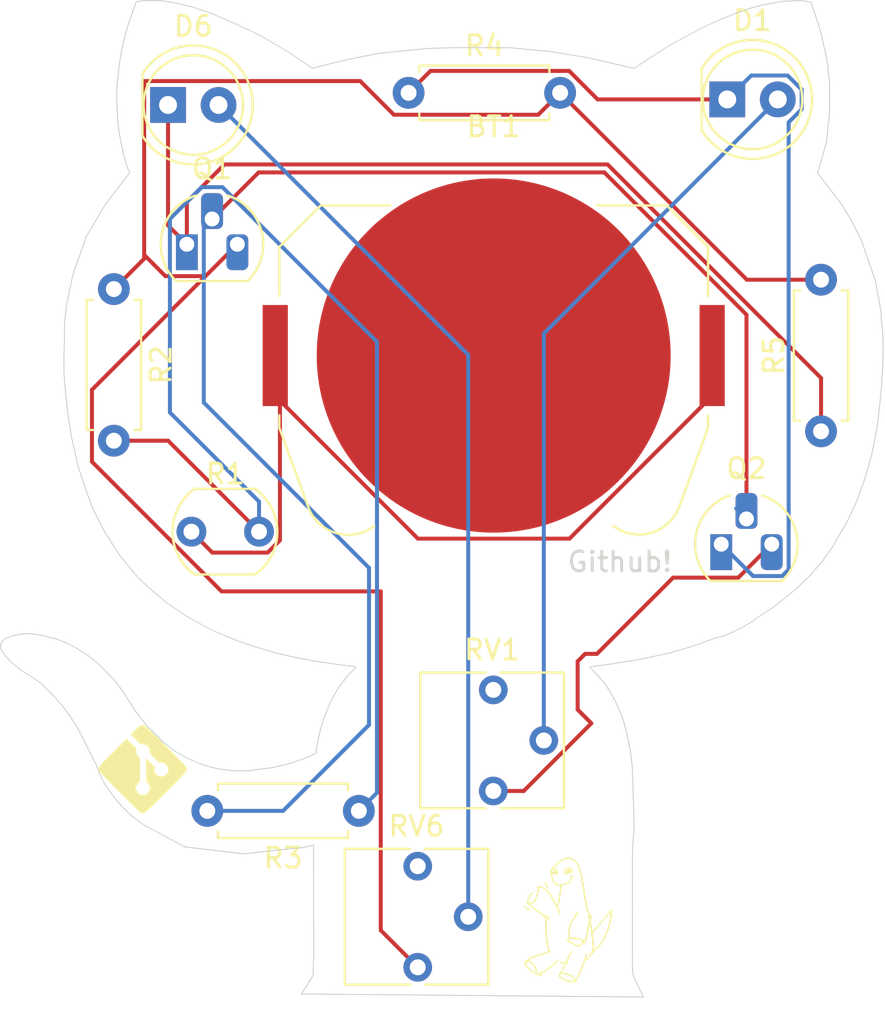
<source format=kicad_pcb>
(kicad_pcb (version 20241229) (generator "pcbnew") (generator_version "9.0")
  (layers (0 "F.Cu" signal) (2 "B.Cu" signal) (13 "F.Paste" user) (15 "B.Paste" user) (5 "F.SilkS" user "F.Silkscreen") (7 "B.SilkS" user "B.Silkscreen") (1 "F.Mask" user) (3 "B.Mask" user) (25 "Edge.Cuts" user))
  (net 0 "")
  (net 1 "Net-(BT1-+)")
  (net 3 "Net-(D1-A)")
  (net 4 "Net-(D1-K)")
  (net 5 "Net-(D6-A)")
  (net 6 "Net-(D6-K)")
  (net 7 "GND")
  (net 8 "Net-(Q1-B)")
  (net 9 "Net-(Q2-E)")
  (net 10 "Net-(R1-Pad2)")
  (footprint "Potentiometer_THT:Potentiometer_Vishay_T73YP_Vertical" (layer "F.Cu") (at 248.62 97.22)
    (property "Reference" "RV6" (at -0.06 -7.09 0) (layer "F.SilkS"))
    (property "Value" "R_Potentiometer")
    (pad "1" thru_hole circle (at 0 0) (size 1.44 1.44) (drill 0.8) (layers "*.Cu" "*.Mask") (net 7 "GND"))
    (pad "2" thru_hole circle (at 2.54 -2.54) (size 1.44 1.44) (drill 0.8) (layers "*.Cu" "*.Mask") (net 5 "Net-(D6-A)"))
    (pad "3" thru_hole circle (at 0 -5.08) (size 1.44 1.44) (drill 0.8) (layers "*.Cu" "*.Mask"))
  )
  (footprint "LOGO" (layer "F.Cu") (at 256.19 94.83)
    (property "Reference" "G***" (hide yes))
    (property "Value" "LOGO" (hide yes))
  )
  (footprint "Resistor_THT:R_Axial_DIN0207_L6.3mm_D2.5mm_P7.62mm_Horizontal" (layer "F.Cu") (at 245.66 89.36 180)
    (property "Reference" "R3" (at 3.81 -2.37 0) (layer "F.SilkS"))
    (property "Value" "R")
    (pad "1" thru_hole circle (at 0 0 180) (size 1.6 1.6) (drill 0.8) (layers "*.Cu" "*.Mask") (net 10 "Net-(R1-Pad2)"))
    (pad "2" thru_hole circle (at 7.62 0 180) (size 1.6 1.6) (drill 0.8) (layers "*.Cu" "*.Mask") (net 8 "Net-(Q1-B)"))
  )
  (footprint "Resistor_THT:R_Axial_DIN0207_L6.3mm_D2.5mm_P7.62mm_Horizontal" (layer "F.Cu") (at 233.34 63.14 -90)
    (property "Reference" "R2" (at 3.81 -2.37 90) (layer "F.SilkS"))
    (property "Value" "R")
    (pad "1" thru_hole circle (at 0 0 270) (size 1.6 1.6) (drill 0.8) (layers "*.Cu" "*.Mask") (net 7 "GND"))
    (pad "2" thru_hole circle (at 7.62 0 270) (size 1.6 1.6) (drill 0.8) (layers "*.Cu" "*.Mask") (net 10 "Net-(R1-Pad2)"))
  )
  (footprint "LED_THT:LED_D5.0mm" (layer "F.Cu") (at 236.065 53.89)
    (property "Reference" "D6" (at 1.27 -3.96 0) (layer "F.SilkS"))
    (property "Value" "LED")
    (pad "1" thru_hole rect (at 0 0) (size 1.8 1.8) (drill 0.9) (layers "*.Cu" "*.Mask") (net 6 "Net-(D6-K)"))
    (pad "2" thru_hole circle (at 2.54 0) (size 1.8 1.8) (drill 0.9) (layers "*.Cu" "*.Mask") (net 5 "Net-(D6-A)"))
  )
  (footprint "Battery:BatteryHolder_Keystone_3034_1x20mm" (layer "F.Cu") (at 252.44 66.48)
    (property "Reference" "BT1" (at 0 -11.5 0) (layer "F.SilkS"))
    (property "Value" "Battery_Cell")
    (pad "1" smd rect (at -10.985 0) (size 1.27 5.08) (layers "F.Cu" "F.Mask" "F.Paste") (net 1 "Net-(BT1-+)"))
    (pad "1" smd rect (at 10.985 0) (size 1.27 5.08) (layers "F.Cu" "F.Mask" "F.Paste") (net 1 "Net-(BT1-+)"))
    (pad "2" smd circle (at 0 0) (size 17.8 17.8) (layers "F.Cu" "F.Mask"))
  )
  (footprint "Potentiometer_THT:Potentiometer_Vishay_T73YP_Vertical" (layer "F.Cu") (at 252.42 88.36)
    (property "Reference" "RV1" (at -0.06 -7.09 0) (layer "F.SilkS"))
    (property "Value" "R_Potentiometer")
    (pad "1" thru_hole circle (at 0 0) (size 1.44 1.44) (drill 0.8) (layers "*.Cu" "*.Mask") (net 9 "Net-(Q2-E)"))
    (pad "2" thru_hole circle (at 2.54 -2.54) (size 1.44 1.44) (drill 0.8) (layers "*.Cu" "*.Mask") (net 3 "Net-(D1-A)"))
    (pad "3" thru_hole circle (at 0 -5.08) (size 1.44 1.44) (drill 0.8) (layers "*.Cu" "*.Mask"))
  )
  (footprint "OptoDevice:R_LDR_5.1x4.3mm_P3.4mm_Vertical" (layer "F.Cu") (at 237.24 75.33)
    (property "Reference" "R1" (at 1.7 -2.9 0) (layer "F.SilkS"))
    (property "Value" "R_Photo")
    (pad "1" thru_hole circle (at 0 0) (size 1.5 1.5) (drill 0.8) (layers "*.Cu" "*.Mask") (net 1 "Net-(BT1-+)"))
    (pad "2" thru_hole circle (at 3.4 0) (size 1.5 1.5) (drill 0.8) (layers "*.Cu" "*.Mask") (net 10 "Net-(R1-Pad2)"))
  )
  (footprint "Resistor_THT:R_Axial_DIN0207_L6.3mm_D2.5mm_P7.62mm_Horizontal" (layer "F.Cu") (at 248.16 53.28)
    (property "Reference" "R4" (at 3.81 -2.37 0) (layer "F.SilkS"))
    (property "Value" "R")
    (pad "1" thru_hole circle (at 0 0) (size 1.6 1.6) (drill 0.8) (layers "*.Cu" "*.Mask") (net 4 "Net-(D1-K)"))
    (pad "2" thru_hole circle (at 7.62 0) (size 1.6 1.6) (drill 0.8) (layers "*.Cu" "*.Mask") (net 7 "GND"))
  )
  (footprint "LOGO" (layer "F.Cu") (at 234.79 87.26)
    (property "Reference" "G***" (hide yes))
    (property "Value" "LOGO" (hide yes))
  )
  (footprint "Package_TO_SOT_THT:TO-92L_HandSolder" (layer "F.Cu") (at 263.88 75.96)
    (property "Reference" "Q2" (at 1.27 -3.8 0) (layer "F.SilkS"))
    (property "Value" "NPN" (hide yes))
    (pad "1" thru_hole rect (at 0 0) (size 1.1 1.8) (drill 0.75 (offset 0 0.4)) (layers "*.Cu" "*.Mask") (net 4 "Net-(D1-K)"))
    (pad "2" thru_hole roundrect (at 1.27 -1.27) (size 1.1 1.8) (drill 0.75 (offset 0 -0.4)) (layers "*.Cu" "*.Mask") (net 8 "Net-(Q1-B)"))
    (pad "3" thru_hole roundrect (at 2.54 0) (size 1.1 1.8) (drill 0.75 (offset 0 0.4)) (layers "*.Cu" "*.Mask") (net 9 "Net-(Q2-E)"))
  )
  (footprint "Package_TO_SOT_THT:TO-92L_HandSolder" (layer "F.Cu") (at 237.01 60.89)
    (property "Reference" "Q1" (at 1.27 -3.8 0) (layer "F.SilkS"))
    (property "Value" "NPN")
    (pad "1" thru_hole rect (at 0 0) (size 1.1 1.8) (drill 0.75 (offset 0 0.4)) (layers "*.Cu" "*.Mask") (net 6 "Net-(D6-K)"))
    (pad "2" thru_hole roundrect (at 1.27 -1.27) (size 1.1 1.8) (drill 0.75 (offset 0 -0.4)) (layers "*.Cu" "*.Mask") (net 8 "Net-(Q1-B)"))
    (pad "3" thru_hole roundrect (at 2.54 0) (size 1.1 1.8) (drill 0.75 (offset 0 0.4)) (layers "*.Cu" "*.Mask") (net 7 "GND"))
  )
  (footprint "Resistor_THT:R_Axial_DIN0207_L6.3mm_D2.5mm_P7.62mm_Horizontal" (layer "F.Cu") (at 268.9 70.29 90)
    (property "Reference" "R5" (at 3.81 -2.37 90) (layer "F.SilkS"))
    (property "Value" "R")
    (pad "1" thru_hole circle (at 0 0 90) (size 1.6 1.6) (drill 0.8) (layers "*.Cu" "*.Mask") (net 6 "Net-(D6-K)"))
    (pad "2" thru_hole circle (at 7.62 0 90) (size 1.6 1.6) (drill 0.8) (layers "*.Cu" "*.Mask") (net 7 "GND"))
  )
  (footprint "LED_THT:LED_D5.0mm" (layer "F.Cu") (at 264.185 53.61)
    (property "Reference" "D1" (at 1.27 -3.96 0) (layer "F.SilkS"))
    (property "Value" "LED")
    (pad "1" thru_hole rect (at 0 0) (size 1.8 1.8) (drill 0.9) (layers "*.Cu" "*.Mask") (net 4 "Net-(D1-K)"))
    (pad "2" thru_hole circle (at 2.54 0) (size 1.8 1.8) (drill 0.9) (layers "*.Cu" "*.Mask") (net 3 "Net-(D1-A)"))
  )
  (gr_line (start 241.09 91.38) (end 242.88 91.2) (stroke (width 0.05)) (layer "Edge.Cuts"))
  (gr_line (start 272 66.71) (end 272 66.86) (stroke (width 0.05)) (layer "Edge.Cuts"))
  (gr_line (start 243.63 51.96) (end 243.34 52.05) (stroke (width 0.05)) (layer "Edge.Cuts"))
  (gr_line (start 258.01 82.94) (end 258.27 83.34) (stroke (width 0.05)) (layer "Edge.Cuts"))
  (gr_line (start 272 66.86) (end 272 67.09) (stroke (width 0.05)) (layer "Edge.Cuts"))
  (gr_line (start 233.49 53.06) (end 233.49 53.85) (stroke (width 0.05)) (layer "Edge.Cuts"))
  (gr_line (start 268.91 50.29) (end 268.83 50.07) (stroke (width 0.05)) (layer "Edge.Cuts"))
  (gr_line (start 243.05 86.68) (end 242.29 86.95) (stroke (width 0.05)) (layer "Edge.Cuts"))
  (gr_line (start 233.2 58.5) (end 232.76 59.13) (stroke (width 0.05)) (layer "Edge.Cuts"))
  (gr_line (start 232.57 81.97) (end 232.02 81.54) (stroke (width 0.05)) (layer "Edge.Cuts"))
  (gr_line (start 230.96 84.36) (end 231.41 85.01) (stroke (width 0.05)) (layer "Edge.Cuts"))
  (gr_line (start 234.14 57.3) (end 233.2 58.5) (stroke (width 0.05)) (layer "Edge.Cuts"))
  (gr_line (start 234.89 48.64) (end 234.47 48.7) (stroke (width 0.05)) (layer "Edge.Cuts"))
  (gr_line (start 261.38 50.84) (end 260.88 51.15) (stroke (width 0.05)) (layer "Edge.Cuts"))
  (gr_line (start 236.36 48.75) (end 235.73 48.65) (stroke (width 0.05)) (layer "Edge.Cuts"))
  (gr_line (start 271.87 68.76) (end 271.78 69.57) (stroke (width 0.05)) (layer "Edge.Cuts"))
  (gr_line (start 243.71 85.34) (end 243.62 85.72) (stroke (width 0.05)) (layer "Edge.Cuts"))
  (gr_line (start 270.41 59.66) (end 270.92 60.67) (stroke (width 0.05)) (layer "Edge.Cuts"))
  (gr_line (start 229.3 82.68) (end 229.71 82.98) (stroke (width 0.05)) (layer "Edge.Cuts"))
  (gr_line (start 258.9 84.63) (end 258.95 84.79) (stroke (width 0.05)) (layer "Edge.Cuts"))
  (gr_line (start 236.02 78.92) (end 237.04 79.61) (stroke (width 0.05)) (layer "Edge.Cuts"))
  (gr_line (start 271.92 64.53) (end 271.97 65.01) (stroke (width 0.05)) (layer "Edge.Cuts"))
  (gr_line (start 269.33 54.24) (end 269.33 53.81) (stroke (width 0.05)) (layer "Edge.Cuts"))
  (gr_line (start 258.72 84.22) (end 258.84 84.49) (stroke (width 0.05)) (layer "Edge.Cuts"))
  (gr_line (start 245.17 51.59) (end 243.63 51.96) (stroke (width 0.05)) (layer "Edge.Cuts"))
  (gr_line (start 231.54 72.03) (end 231.92 73.2) (stroke (width 0.05)) (layer "Edge.Cuts"))
  (gr_line (start 232.76 59.13) (end 232.38 59.79) (stroke (width 0.05)) (layer "Edge.Cuts"))
  (gr_line (start 255.35 51.21) (end 253.22 51.01) (stroke (width 0.05)) (layer "Edge.Cuts"))
  (gr_line (start 234.54 77.62) (end 235.08 78.13) (stroke (width 0.05)) (layer "Edge.Cuts"))
  (gr_line (start 228.71 82.32) (end 229.3 82.68) (stroke (width 0.05)) (layer "Edge.Cuts"))
  (gr_line (start 229.71 82.98) (end 230.25 83.52) (stroke (width 0.05)) (layer "Edge.Cuts"))
  (gr_line (start 262.4 81.1) (end 261.35 81.41) (stroke (width 0.05)) (layer "Edge.Cuts"))
  (gr_line (start 249.15 51.05) (end 246.68 51.29) (stroke (width 0.05)) (layer "Edge.Cuts"))
  (gr_line (start 242.04 51.18) (end 240.67 50.38) (stroke (width 0.05)) (layer "Edge.Cuts"))
  (gr_line (start 243.51 86.28) (end 243.51 86.47) (stroke (width 0.05)) (layer "Edge.Cuts"))
  (gr_line (start 233.6 51.97) (end 233.49 53.06) (stroke (width 0.05)) (layer "Edge.Cuts"))
  (gr_line (start 269.33 52.82) (end 269.29 52.38) (stroke (width 0.05)) (layer "Edge.Cuts"))
  (gr_line (start 271.96 67.65) (end 271.94 68.07) (stroke (width 0.05)) (layer "Edge.Cuts"))
  (gr_line (start 227.89 81.59) (end 228.27 81.97) (stroke (width 0.05)) (layer "Edge.Cuts"))
  (gr_line (start 259.5 90.13) (end 259.42 91.35) (stroke (width 0.05)) (layer "Edge.Cuts"))
  (gr_line (start 238.24 87.17) (end 237.68 86.99) (stroke (width 0.05)) (layer "Edge.Cuts"))
  (gr_line (start 258.99 84.93) (end 259.14 85.5) (stroke (width 0.05)) (layer "Edge.Cuts"))
  (gr_line (start 268.72 57.33) (end 268.95 56.55) (stroke (width 0.05)) (layer "Edge.Cuts"))
  (gr_line (start 237.7 79.97) (end 238.39 80.33) (stroke (width 0.05)) (layer "Edge.Cuts"))
  (gr_line (start 257.27 82.13) (end 257.41 82.28) (stroke (width 0.05)) (layer "Edge.Cuts"))
  (gr_line (start 229.11 80.45) (end 228.65 80.48) (stroke (width 0.05)) (layer "Edge.Cuts"))
  (gr_line (start 263.5 80.7) (end 264.11 80.53) (stroke (width 0.05)) (layer "Edge.Cuts"))
  (gr_line (start 271.56 70.94) (end 271.43 71.52) (stroke (width 0.05)) (layer "Edge.Cuts"))
  (gr_line (start 231.41 85.01) (end 231.54 85.23) (stroke (width 0.05)) (layer "Edge.Cuts"))
  (gr_line (start 268.78 57.38) (end 269.87 58.79) (stroke (width 0.05)) (layer "Edge.Cuts"))
  (gr_line (start 232.29 74.2) (end 232.86 75.31) (stroke (width 0.05)) (layer "Edge.Cuts"))
  (gr_line (start 233.81 56.33) (end 233.96 56.85) (stroke (width 0.05)) (layer "Edge.Cuts"))
  (gr_line (start 231.92 73.2) (end 232.29 74.2) (stroke (width 0.05)) (layer "Edge.Cuts"))
  (gr_line (start 230.25 83.52) (end 230.77 84.1) (stroke (width 0.05)) (layer "Edge.Cuts"))
  (gr_line (start 243.51 86.47) (end 243.05 86.68) (stroke (width 0.05)) (layer "Edge.Cuts"))
  (gr_line (start 271.78 69.57) (end 271.68 70.32) (stroke (width 0.05)) (layer "Edge.Cuts"))
  (gr_line (start 235.08 78.13) (end 236.02 78.92) (stroke (width 0.05)) (layer "Edge.Cuts"))
  (gr_line (start 233.59 55.18) (end 233.81 56.33) (stroke (width 0.05)) (layer "Edge.Cuts"))
  (gr_line (start 227.64 81.18) (end 227.7 81.3) (stroke (width 0.05)) (layer "Edge.Cuts"))
  (gr_line (start 269.2 51.69) (end 269.11 51.23) (stroke (width 0.05)) (layer "Edge.Cuts"))
  (gr_line (start 242.29 86.95) (end 241.36 87.18) (stroke (width 0.05)) (layer "Edge.Cuts"))
  (gr_line (start 259.14 85.5) (end 259.24 85.97) (stroke (width 0.05)) (layer "Edge.Cuts"))
  (gr_line (start 266.26 79.29) (end 266.55 79.09) (stroke (width 0.05)) (layer "Edge.Cuts"))
  (gr_line (start 243.56 81.85) (end 244.58 82) (stroke (width 0.05)) (layer "Edge.Cuts"))
  (gr_line (start 231.3 62.36) (end 231.14 63.07) (stroke (width 0.05)) (layer "Edge.Cuts"))
  (gr_line (start 260.28 51.53) (end 259.72 51.9) (stroke (width 0.05)) (layer "Edge.Cuts"))
  (gr_line (start 269.87 58.79) (end 270.41 59.66) (stroke (width 0.05)) (layer "Edge.Cuts"))
  (gr_line (start 265.34 49.03) (end 264.67 49.26) (stroke (width 0.05)) (layer "Edge.Cuts"))
  (gr_line (start 232.02 81.54) (end 231.39 81.14) (stroke (width 0.05)) (layer "Edge.Cuts"))
  (gr_line (start 234.1 83.84) (end 233.81 83.38) (stroke (width 0.05)) (layer "Edge.Cuts"))
  (gr_line (start 233.97 76.93) (end 234.54 77.62) (stroke (width 0.05)) (layer "Edge.Cuts"))
  (gr_line (start 253.22 51.01) (end 250.37 51.01) (stroke (width 0.05)) (layer "Edge.Cuts"))
  (gr_line (start 269.24 54.96) (end 269.29 54.73) (stroke (width 0.05)) (layer "Edge.Cuts"))
  (gr_line (start 237.68 86.99) (end 237.04 86.72) (stroke (width 0.05)) (layer "Edge.Cuts"))
  (gr_line (start 238.22 49.28) (end 237.3 48.97) (stroke (width 0.05)) (layer "Edge.Cuts"))
  (gr_line (start 246.68 51.29) (end 245.17 51.59) (stroke (width 0.05)) (layer "Edge.Cuts"))
  (gr_line (start 232.88 88.02) (end 233.31 88.62) (stroke (width 0.05)) (layer "Edge.Cuts"))
  (gr_line (start 270.73 73.72) (end 270.21 74.83) (stroke (width 0.05)) (layer "Edge.Cuts"))
  (gr_line (start 268.43 48.85) (end 268.39 48.72) (stroke (width 0.05)) (layer "Edge.Cuts"))
  (gr_line (start 234.89 90.09) (end 236.91 91.17) (stroke (width 0.05)) (layer "Edge.Cuts"))
  (gr_line (start 264.11 80.53) (end 264.56 80.33) (stroke (width 0.05)) (layer "Edge.Cuts"))
  (gr_line (start 259.31 86.31) (end 259.36 86.73) (stroke (width 0.05)) (layer "Edge.Cuts"))
  (gr_line (start 232.86 75.31) (end 233.57 76.43) (stroke (width 0.05)) (layer "Edge.Cuts"))
  (gr_line (start 257.3 51.54) (end 255.35 51.21) (stroke (width 0.05)) (layer "Edge.Cuts"))
  (gr_line (start 243.34 52.05) (end 242.04 51.18) (stroke (width 0.05)) (layer "Edge.Cuts"))
  (gr_line (start 269.26 52.11) (end 269.26 51.98) (stroke (width 0.05)) (layer "Edge.Cuts"))
  (gr_line (start 271.62 62.68) (end 271.92 64.29) (stroke (width 0.05)) (layer "Edge.Cuts"))
  (gr_line (start 271.94 68.07) (end 271.87 68.76) (stroke (width 0.05)) (layer "Edge.Cuts"))
  (gr_line (start 227.65 81.01) (end 227.64 81.18) (stroke (width 0.05)) (layer "Edge.Cuts"))
  (gr_line (start 232.45 87.02) (end 232.61 87.47) (stroke (width 0.05)) (layer "Edge.Cuts"))
  (gr_line (start 259.970351 98.713583) (end 242.76 98.56) (stroke (width 0.05)) (layer "Edge.Cuts"))
  (gr_line (start 230.86 65.56) (end 230.83 66.51) (stroke (width 0.05)) (layer "Edge.Cuts"))
  (gr_line (start 230.83 67.33) (end 230.9 68.23) (stroke (width 0.05)) (layer "Edge.Cuts"))
  (gr_line (start 230.86 64.82) (end 230.86 65.04) (stroke (width 0.05)) (layer "Edge.Cuts"))
  (gr_line (start 268.29 77.59) (end 267.57 78.27) (stroke (width 0.05)) (layer "Edge.Cuts"))
  (gr_line (start 272 67.09) (end 271.98 67.34) (stroke (width 0.05)) (layer "Edge.Cuts"))
  (gr_line (start 271.43 71.52) (end 271.08 72.73) (stroke (width 0.05)) (layer "Edge.Cuts"))
  (gr_line (start 258.27 83.34) (end 258.5 83.74) (stroke (width 0.05)) (layer "Edge.Cuts"))
  (gr_line (start 257.41 82.28) (end 258.01 82.94) (stroke (width 0.05)) (layer "Edge.Cuts"))
  (gr_line (start 268.95 50.48) (end 268.91 50.29) (stroke (width 0.05)) (layer "Edge.Cuts"))
  (gr_line (start 234.15 89.54) (end 234.57 89.87) (stroke (width 0.05)) (layer "Edge.Cuts"))
  (gr_line (start 233.51 54.22) (end 233.53 54.63) (stroke (width 0.05)) (layer "Edge.Cuts"))
  (gr_line (start 271.68 70.32) (end 271.56 70.94) (stroke (width 0.05)) (layer "Edge.Cuts"))
  (gr_line (start 260.88 51.15) (end 260.28 51.53) (stroke (width 0.05)) (layer "Edge.Cuts"))
  (gr_line (start 230.86 65.04) (end 230.86 65.56) (stroke (width 0.05)) (layer "Edge.Cuts"))
  (gr_line (start 244.21 83.94) (end 243.88 84.76) (stroke (width 0.05)) (layer "Edge.Cuts"))
  (gr_line (start 268.7 49.64) (end 268.59 49.31) (stroke (width 0.05)) (layer "Edge.Cuts"))
  (gr_line (start 244.59 83.23) (end 244.21 83.94) (stroke (width 0.05)) (layer "Edge.Cuts"))
  (gr_line (start 239.89 91.52) (end 241.09 91.38) (stroke (width 0.05)) (layer "Edge.Cuts"))
  (gr_line (start 259.43 87.69) (end 259.5 90.13) (stroke (width 0.05)) (layer "Edge.Cuts"))
  (gr_line (start 235.82 85.9) (end 235.01 85.1) (stroke (width 0.05)) (layer "Edge.Cuts"))
  (gr_line (start 250.37 51.01) (end 249.15 51.05) (stroke (width 0.05)) (layer "Edge.Cuts"))
  (gr_line (start 268.76 49.81) (end 268.7 49.64) (stroke (width 0.05)) (layer "Edge.Cuts"))
  (gr_line (start 240.11 87.34) (end 239.37 87.34) (stroke (width 0.05)) (layer "Edge.Cuts"))
  (gr_line (start 269.29 52.38) (end 269.26 52.24) (stroke (width 0.05)) (layer "Edge.Cuts"))
  (gr_line (start 259.36 86.73) (end 259.4 87.08) (stroke (width 0.05)) (layer "Edge.Cuts"))
  (gr_line (start 265.4 79.87) (end 265.73 79.62) (stroke (width 0.05)) (layer "Edge.Cuts"))
  (gr_line (start 258.66 84.08) (end 258.72 84.22) (stroke (width 0.05)) (layer "Edge.Cuts"))
  (gr_line (start 233.57 76.43) (end 233.97 76.93) (stroke (width 0.05)) (layer "Edge.Cuts"))
  (gr_line (start 243.38 91.08) (end 243.39 96.61) (stroke (width 0.05)) (layer "Edge.Cuts"))
  (gr_line (start 238.39 80.33) (end 239.47 80.78) (stroke (width 0.05)) (layer "Edge.Cuts"))
  (gr_line (start 269.24 55.21) (end 269.24 54.96) (stroke (width 0.05)) (layer "Edge.Cuts"))
  (gr_line (start 233.53 54.63) (end 233.59 55.18) (stroke (width 0.05)) (layer "Edge.Cuts"))
  (gr_line (start 270.21 74.83) (end 269.43 76.17) (stroke (width 0.05)) (layer "Edge.Cuts"))
  (gr_line (start 269.33 53.81) (end 269.33 53.36) (stroke (width 0.05)) (layer "Edge.Cuts"))
  (gr_line (start 262.53 50.22) (end 261.38 50.84) (stroke (width 0.05)) (layer "Edge.Cuts"))
  (gr_line (start 259.42 94.24) (end 259.42 96.77) (stroke (width 0.05)) (layer "Edge.Cuts"))
  (gr_line (start 236.91 91.17) (end 239.89 91.52) (stroke (width 0.05)) (layer "Edge.Cuts"))
  (gr_line (start 268.98 76.8) (end 268.29 77.59) (stroke (width 0.05)) (layer "Edge.Cuts"))
  (gr_line (start 237.04 86.72) (end 236.41 86.36) (stroke (width 0.05)) (layer "Edge.Cuts"))
  (gr_line (start 242.61 81.68) (end 243.56 81.85) (stroke (width 0.05)) (layer "Edge.Cuts"))
  (gr_line (start 243.62 85.72) (end 243.51 86.28) (stroke (width 0.05)) (layer "Edge.Cuts"))
  (gr_line (start 239.32 49.75) (end 238.22 49.28) (stroke (width 0.05)) (layer "Edge.Cuts"))
  (gr_line (start 232.38 59.79) (end 231.955429 60.5) (stroke (width 0.05)) (layer "Edge.Cuts"))
  (gr_line (start 266.99 48.68) (end 266.05 48.84) (stroke (width 0.05)) (layer "Edge.Cuts"))
  (gr_line (start 245.52 82.12) (end 245.08 82.59) (stroke (width 0.05)) (layer "Edge.Cuts"))
  (gr_line (start 270.92 60.67) (end 271.62 62.68) (stroke (width 0.05)) (layer "Edge.Cuts"))
  (gr_line (start 271.08 72.73) (end 270.73 73.72) (stroke (width 0.05)) (layer "Edge.Cuts"))
  (gr_line (start 265.01 80.1) (end 265.4 79.87) (stroke (width 0.05)) (layer "Edge.Cuts"))
  (gr_line (start 239.26 87.34) (end 238.62 87.25) (stroke (width 0.05)) (layer "Edge.Cuts"))
  (gr_line (start 230.9 68.23) (end 231 69.21) (stroke (width 0.05)) (layer "Edge.Cuts"))
  (gr_line (start 257.47 82.1) (end 257.27 82.13) (stroke (width 0.05)) (layer "Edge.Cuts"))
  (gr_line (start 272.02 66.02) (end 272.02 66.53) (stroke (width 0.05)) (layer "Edge.Cuts"))
  (gr_line (start 231.14 63.07) (end 230.96 63.97) (stroke (width 0.05)) (layer "Edge.Cuts"))
  (gr_line (start 242.88 91.2) (end 243.38 91.08) (stroke (width 0.05)) (layer "Edge.Cuts"))
  (gr_line (start 234.06 57.13) (end 234.14 57.3) (stroke (width 0.05)) (layer "Edge.Cuts"))
  (gr_line (start 259.51 97.76) (end 259.65 98.05) (stroke (width 0.05)) (layer "Edge.Cuts"))
  (gr_line (start 271.99 65.21) (end 272.01 65.55) (stroke (width 0.05)) (layer "Edge.Cuts"))
  (gr_line (start 258.95 84.79) (end 258.99 84.93) (stroke (width 0.05)) (layer "Edge.Cuts"))
  (gr_line (start 233.89 50.46) (end 233.72 51.19) (stroke (width 0.05)) (layer "Edge.Cuts"))
  (gr_line (start 272.02 66.53) (end 272 66.71) (stroke (width 0.05)) (layer "Edge.Cuts"))
  (gr_line (start 259.42 92.75) (end 259.42 94.24) (stroke (width 0.05)) (layer "Edge.Cuts"))
  (gr_line (start 269.26 52.24) (end 269.26 52.11) (stroke (width 0.05)) (layer "Edge.Cuts"))
  (gr_line (start 230.91 80.9) (end 230.5 80.74) (stroke (width 0.05)) (layer "Edge.Cuts"))
  (gr_line (start 269.02 50.83) (end 268.95 50.48) (stroke (width 0.05)) (layer "Edge.Cuts"))
  (gr_line (start 269.33 53.36) (end 269.33 52.82) (stroke (width 0.05)) (layer "Edge.Cuts"))
  (gr_line (start 268.39 48.72) (end 267.88 48.64) (stroke (width 0.05)) (layer "Edge.Cuts"))
  (gr_line (start 231.54 85.23) (end 232.38 86.91) (stroke (width 0.05)) (layer "Edge.Cuts"))
  (gr_line (start 264.67 49.26) (end 263.92 49.56) (stroke (width 0.05)) (layer "Edge.Cuts"))
  (gr_line (start 231.67 61.31) (end 231.955429 60.5) (stroke (width 0.05)) (layer "Edge.Cuts"))
  (gr_line (start 241.36 87.18) (end 240.11 87.34) (stroke (width 0.05)) (layer "Edge.Cuts"))
  (gr_line (start 227.88 80.71) (end 227.71 80.86) (stroke (width 0.05)) (layer "Edge.Cuts"))
  (gr_line (start 259.4 87.08) (end 259.43 87.69) (stroke (width 0.05)) (layer "Edge.Cuts"))
  (gr_line (start 258.34 81.98) (end 257.47 82.1) (stroke (width 0.05)) (layer "Edge.Cuts"))
  (gr_line (start 244.58 82) (end 245.52 82.12) (stroke (width 0.05)) (layer "Edge.Cuts"))
  (gr_line (start 266.05 48.84) (end 265.34 49.03) (stroke (width 0.05)) (layer "Edge.Cuts"))
  (gr_line (start 234.06 49.86) (end 233.89 50.46) (stroke (width 0.05)) (layer "Edge.Cuts"))
  (gr_line (start 259.98 81.71) (end 258.34 81.98) (stroke (width 0.05)) (layer "Edge.Cuts"))
  (gr_line (start 234.57 89.87) (end 234.89 90.09) (stroke (width 0.05)) (layer "Edge.Cuts"))
  (gr_line (start 239.47 80.78) (end 240.27 81.06) (stroke (width 0.05)) (layer "Edge.Cuts"))
  (gr_line (start 259.65 98.05) (end 259.970351 98.713583) (stroke (width 0.05)) (layer "Edge.Cuts"))
  (gr_line (start 263.92 49.56) (end 263.2 49.88) (stroke (width 0.05)) (layer "Edge.Cuts"))
  (gr_line (start 259.42 97.26) (end 259.42 97.45) (stroke (width 0.05)) (layer "Edge.Cuts"))
  (gr_line (start 235.73 48.65) (end 235.19 48.65) (stroke (width 0.05)) (layer "Edge.Cuts"))
  (gr_line (start 240.67 50.38) (end 239.32 49.75) (stroke (width 0.05)) (layer "Edge.Cuts"))
  (gr_line (start 231.2 70.54) (end 231.54 72.03) (stroke (width 0.05)) (layer "Edge.Cuts"))
  (gr_line (start 233.72 51.19) (end 233.6 51.97) (stroke (width 0.05)) (layer "Edge.Cuts"))
  (gr_line (start 235.01 85.1) (end 234.39 84.29) (stroke (width 0.05)) (layer "Edge.Cuts"))
  (gr_line (start 269.11 51.23) (end 269.02 50.83) (stroke (width 0.05)) (layer "Edge.Cuts"))
  (gr_line (start 259.42 91.35) (end 259.42 92.75) (stroke (width 0.05)) (layer "Edge.Cuts"))
  (gr_line (start 232.38 86.91) (end 232.45 87.02) (stroke (width 0.05)) (layer "Edge.Cuts"))
  (gr_line (start 236.41 86.36) (end 235.82 85.9) (stroke (width 0.05)) (layer "Edge.Cuts"))
  (gr_line (start 243.88 84.76) (end 243.71 85.34) (stroke (width 0.05)) (layer "Edge.Cuts"))
  (gr_line (start 240.27 81.06) (end 241.57 81.45) (stroke (width 0.05)) (layer "Edge.Cuts"))
  (gr_line (start 231.67 61.31) (end 231.3 62.36) (stroke (width 0.05)) (layer "Edge.Cuts"))
  (gr_line (start 269.29 54.61) (end 269.33 54.24) (stroke (width 0.05)) (layer "Edge.Cuts"))
  (gr_line (start 259.24 85.97) (end 259.31 86.31) (stroke (width 0.05)) (layer "Edge.Cuts"))
  (gr_line (start 268.59 49.31) (end 268.43 48.85) (stroke (width 0.05)) (layer "Edge.Cuts"))
  (gr_line (start 269.43 76.17) (end 268.98 76.8) (stroke (width 0.05)) (layer "Edge.Cuts"))
  (gr_line (start 259.72 51.9) (end 259.49 52.05) (stroke (width 0.05)) (layer "Edge.Cuts"))
  (gr_line (start 271.97 65.01) (end 271.99 65.21) (stroke (width 0.05)) (layer "Edge.Cuts"))
  (gr_line (start 231.39 81.14) (end 230.91 80.9) (stroke (width 0.05)) (layer "Edge.Cuts"))
  (gr_line (start 269.16 55.79) (end 269.24 55.21) (stroke (width 0.05)) (layer "Edge.Cuts"))
  (gr_line (start 230.77 84.1) (end 230.96 84.36) (stroke (width 0.05)) (layer "Edge.Cuts"))
  (gr_line (start 239.37 87.34) (end 239.26 87.34) (stroke (width 0.05)) (layer "Edge.Cuts"))
  (gr_line (start 269.29 54.73) (end 269.29 54.61) (stroke (width 0.05)) (layer "Edge.Cuts"))
  (gr_line (start 237.04 79.61) (end 237.7 79.97) (stroke (width 0.05)) (layer "Edge.Cuts"))
  (gr_line (start 234.47 48.7) (end 234.27 49.25) (stroke (width 0.05)) (layer "Edge.Cuts"))
  (gr_line (start 263.5 80.7) (end 262.4 81.1) (stroke (width 0.05)) (layer "Edge.Cuts"))
  (gr_line (start 267.88 48.64) (end 266.99 48.68) (stroke (width 0.05)) (layer "Edge.Cuts"))
  (gr_line (start 258.5 83.74) (end 258.59 83.92) (stroke (width 0.05)) (layer "Edge.Cuts"))
  (gr_line (start 259.49 52.05) (end 257.3 51.54) (stroke (width 0.05)) (layer "Edge.Cuts"))
  (gr_line (start 233.81 83.38) (end 233.39 82.81) (stroke (width 0.05)) (layer "Edge.Cuts"))
  (gr_line (start 234.27 49.25) (end 234.06 49.86) (stroke (width 0.05)) (layer "Edge.Cuts"))
  (gr_line (start 241.57 81.45) (end 242.61 81.68) (stroke (width 0.05)) (layer "Edge.Cuts"))
  (gr_line (start 234.39 84.29) (end 234.1 83.84) (stroke (width 0.05)) (layer "Edge.Cuts"))
  (gr_line (start 243.36 97.62) (end 243.39 96.61) (stroke (width 0.05)) (layer "Edge.Cuts"))
  (gr_line (start 243.36 97.62) (end 242.97 98.26) (stroke (width 0.05)) (layer "Edge.Cuts"))
  (gr_line (start 261.35 81.41) (end 259.98 81.71) (stroke (width 0.05)) (layer "Edge.Cuts"))
  (gr_line (start 258.84 84.49) (end 258.9 84.63) (stroke (width 0.05)) (layer "Edge.Cuts"))
  (gr_line (start 264.56 80.33) (end 265.01 80.1) (stroke (width 0.05)) (layer "Edge.Cuts"))
  (gr_line (start 268.78 57.38) (end 268.72 57.33) (stroke (width 0.05)) (layer "Edge.Cuts"))
  (gr_line (start 233.49 53.85) (end 233.51 54.22) (stroke (width 0.05)) (layer "Edge.Cuts"))
  (gr_line (start 268.95 56.55) (end 269.16 55.79) (stroke (width 0.05)) (layer "Edge.Cuts"))
  (gr_line (start 245.08 82.59) (end 244.59 83.23) (stroke (width 0.05)) (layer "Edge.Cuts"))
  (gr_line (start 271.92 64.29) (end 271.92 64.53) (stroke (width 0.05)) (layer "Edge.Cuts"))
  (gr_line (start 230.83 66.51) (end 230.83 67.33) (stroke (width 0.05)) (layer "Edge.Cuts"))
  (gr_line (start 272.01 65.55) (end 272.02 66.02) (stroke (width 0.05)) (layer "Edge.Cuts"))
  (gr_line (start 228.65 80.48) (end 228.29 80.55) (stroke (width 0.05)) (layer "Edge.Cuts"))
  (gr_line (start 233.68 89.07) (end 234.15 89.54) (stroke (width 0.05)) (layer "Edge.Cuts"))
  (gr_line (start 230.5 80.74) (end 229.69 80.53) (stroke (width 0.05)) (layer "Edge.Cuts"))
  (gr_line (start 228.29 80.55) (end 227.88 80.71) (stroke (width 0.05)) (layer "Edge.Cuts"))
  (gr_line (start 259.42 97.45) (end 259.51 97.76) (stroke (width 0.05)) (layer "Edge.Cuts"))
  (gr_line (start 233.39 82.81) (end 232.57 81.97) (stroke (width 0.05)) (layer "Edge.Cuts"))
  (gr_line (start 268.83 50.07) (end 268.76 49.81) (stroke (width 0.05)) (layer "Edge.Cuts"))
  (gr_line (start 242.97 98.26) (end 242.76 98.56) (stroke (width 0.05)) (layer "Edge.Cuts"))
  (gr_line (start 265.73 79.62) (end 266.26 79.29) (stroke (width 0.05)) (layer "Edge.Cuts"))
  (gr_line (start 237.3 48.97) (end 236.36 48.75) (stroke (width 0.05)) (layer "Edge.Cuts"))
  (gr_line (start 269.26 51.98) (end 269.2 51.69) (stroke (width 0.05)) (layer "Edge.Cuts"))
  (gr_line (start 271.98 67.34) (end 271.96 67.65) (stroke (width 0.05)) (layer "Edge.Cuts"))
  (gr_line (start 230.96 63.97) (end 230.86 64.82) (stroke (width 0.05)) (layer "Edge.Cuts"))
  (gr_line (start 235.19 48.65) (end 234.89 48.64) (stroke (width 0.05)) (layer "Edge.Cuts"))
  (gr_line (start 228.27 81.97) (end 228.71 82.32) (stroke (width 0.05)) (layer "Edge.Cuts"))
  (gr_line (start 267.57 78.27) (end 266.55 79.09) (stroke (width 0.05)) (layer "Edge.Cuts"))
  (gr_line (start 233.31 88.62) (end 233.68 89.07) (stroke (width 0.05)) (layer "Edge.Cuts"))
  (gr_line (start 258.59 83.92) (end 258.66 84.08) (stroke (width 0.05)) (layer "Edge.Cuts"))
  (gr_line (start 227.7 81.3) (end 227.89 81.59) (stroke (width 0.05)) (layer "Edge.Cuts"))
  (gr_line (start 259.42 96.77) (end 259.42 97.26) (stroke (width 0.05)) (layer "Edge.Cuts"))
  (gr_line (start 238.62 87.25) (end 238.24 87.17) (stroke (width 0.05)) (layer "Edge.Cuts"))
  (gr_line (start 232.61 87.47) (end 232.88 88.02) (stroke (width 0.05)) (layer "Edge.Cuts"))
  (gr_line (start 229.69 80.53) (end 229.11 80.45) (stroke (width 0.05)) (layer "Edge.Cuts"))
  (gr_line (start 263.2 49.88) (end 262.53 50.22) (stroke (width 0.05)) (layer "Edge.Cuts"))
  (gr_line (start 227.71 80.86) (end 227.65 81.01) (stroke (width 0.05)) (layer "Edge.Cuts"))
  (gr_line (start 233.96 56.85) (end 234.06 57.13) (stroke (width 0.05)) (layer "Edge.Cuts"))
  (gr_line (start 231 69.21) (end 231.2 70.54) (stroke (width 0.05)) (layer "Edge.Cuts"))
  (gr_text "Github!" (at 256.06 77.43 0) (layer "Edge.Cuts") (effects (font (size 1 1)) (justify left bottom)))
  (segment (start 241.691 75.765339) (end 241.691 66.716) (width 0.2) (layer "F.Cu") (net 1))
  (segment (start 248.628821 75.681) (end 256.251179 75.681) (width 0.2) (layer "F.Cu") (net 1))
  (segment (start 241.455 66.48) (end 241.455 68.507179) (width 0.2) (layer "F.Cu") (net 1))
  (segment (start 263.425 68.507179) (end 263.425 66.48) (width 0.2) (layer "F.Cu") (net 1))
  (segment (start 241.455 68.507179) (end 248.628821 75.681) (width 0.2) (layer "F.Cu") (net 1))
  (segment (start 238.291 76.381) (end 241.075339 76.381) (width 0.2) (layer "F.Cu") (net 1))
  (segment (start 256.251179 75.681) (end 263.425 68.507179) (width 0.2) (layer "F.Cu") (net 1))
  (segment (start 241.691 66.716) (end 241.455 66.48) (width 0.2) (layer "F.Cu") (net 1))
  (segment (start 241.075339 76.381) (end 241.691 75.765339) (width 0.2) (layer "F.Cu") (net 1))
  (segment (start 237.24 75.33) (end 238.291 76.381) (width 0.2) (layer "F.Cu") (net 1))
  (segment (start 254.96 65.375) (end 266.725 53.61) (width 0.2) (layer "B.Cu") (net 3))
  (segment (start 254.96 85.82) (end 254.96 65.375) (width 0.2) (layer "B.Cu") (net 3))
  (segment (start 256.23605 52.179) (end 249.261 52.179) (width 0.2) (layer "F.Cu") (net 4))
  (segment (start 264.185 53.61) (end 257.66705 53.61) (width 0.2) (layer "F.Cu") (net 4))
  (segment (start 249.261 52.179) (end 248.16 53.28) (width 0.2) (layer "F.Cu") (net 4))
  (segment (start 257.66705 53.61) (end 256.23605 52.179) (width 0.2) (layer "F.Cu") (net 4))
  (segment (start 265.386 52.409) (end 264.185 53.61) (width 0.2) (layer "B.Cu") (net 4))
  (segment (start 267.271 77.231206) (end 267.271 54.762471) (width 0.2) (layer "B.Cu") (net 4))
  (segment (start 265.481 77.561) (end 266.941206 77.561) (width 0.2) (layer "B.Cu") (net 4))
  (segment (start 267.271 54.762471) (end 267.926 54.107471) (width 0.2) (layer "B.Cu") (net 4))
  (segment (start 266.941206 77.561) (end 267.271 77.231206) (width 0.2) (layer "B.Cu") (net 4))
  (segment (start 263.88 75.96) (end 265.481 77.561) (width 0.2) (layer "B.Cu") (net 4))
  (segment (start 267.926 54.107471) (end 267.926 53.112529) (width 0.2) (layer "B.Cu") (net 4))
  (segment (start 267.222471 52.409) (end 265.386 52.409) (width 0.2) (layer "B.Cu") (net 4))
  (segment (start 267.926 53.112529) (end 267.222471 52.409) (width 0.2) (layer "B.Cu") (net 4))
  (segment (start 251.16 66.445) (end 238.605 53.89) (width 0.2) (layer "B.Cu") (net 5))
  (segment (start 251.16 94.68) (end 251.16 66.445) (width 0.2) (layer "B.Cu") (net 5))
  (segment (start 237.01 60.89) (end 237.01 58.767794) (width 0.2) (layer "F.Cu") (net 6))
  (segment (start 268.9 67.6109) (end 268.9 70.29) (width 0.2) (layer "F.Cu") (net 6))
  (segment (start 236.065 53.89) (end 236.065 59.945) (width 0.2) (layer "F.Cu") (net 6))
  (segment (start 237.01 58.767794) (end 238.899794 56.878) (width 0.2) (layer "F.Cu") (net 6))
  (segment (start 258.1671 56.878) (end 268.9 67.6109) (width 0.2) (layer "F.Cu") (net 6))
  (segment (start 238.899794 56.878) (end 258.1671 56.878) (width 0.2) (layer "F.Cu") (net 6))
  (segment (start 236.065 59.945) (end 237.01 60.89) (width 0.2) (layer "F.Cu") (net 6))
  (segment (start 232.239 68.201) (end 237.949 62.491) (width 0.2) (layer "F.Cu") (net 7))
  (segment (start 265.17 62.67) (end 255.78 53.28) (width 0.2) (layer "F.Cu") (net 7))
  (segment (start 246.761 95.361) (end 246.761 78.331) (width 0.2) (layer "F.Cu") (net 7))
  (segment (start 247.421 54.381) (end 254.679 54.381) (width 0.2) (layer "F.Cu") (net 7))
  (segment (start 232.239 71.815339) (end 232.239 68.201) (width 0.2) (layer "F.Cu") (net 7))
  (segment (start 233.34 63.14) (end 234.864 61.616) (width 0.2) (layer "F.Cu") (net 7))
  (segment (start 246.761 78.331) (end 238.754661 78.331) (width 0.2) (layer "F.Cu") (net 7))
  (segment (start 254.679 54.381) (end 255.78 53.28) (width 0.2) (layer "F.Cu") (net 7))
  (segment (start 268.9 62.67) (end 265.17 62.67) (width 0.2) (layer "F.Cu") (net 7))
  (segment (start 234.864 52.689) (end 245.729 52.689) (width 0.2) (layer "F.Cu") (net 7))
  (segment (start 237.949 62.491) (end 235.935 62.491) (width 0.2) (layer "F.Cu") (net 7))
  (segment (start 235.935 62.491) (end 234.864 61.42) (width 0.2) (layer "F.Cu") (net 7))
  (segment (start 245.729 52.689) (end 247.421 54.381) (width 0.2) (layer "F.Cu") (net 7))
  (segment (start 234.864 61.42) (end 234.864 52.689) (width 0.2) (layer "F.Cu") (net 7))
  (segment (start 248.62 97.22) (end 246.761 95.361) (width 0.2) (layer "F.Cu") (net 7))
  (segment (start 234.864 61.616) (end 234.864 61.42) (width 0.2) (layer "F.Cu") (net 7))
  (segment (start 239.55 60.89) (end 237.949 62.491) (width 0.2) (layer "F.Cu") (net 7))
  (segment (start 238.754661 78.331) (end 232.239 71.815339) (width 0.2) (layer "F.Cu") (net 7))
  (segment (start 238.28 59.62) (end 240.621 57.279) (width 0.2) (layer "F.Cu") (net 8))
  (segment (start 258.001 57.279) (end 265.15 64.428) (width 0.2) (layer "F.Cu") (net 8))
  (segment (start 240.621 57.279) (end 258.001 57.279) (width 0.2) (layer "F.Cu") (net 8))
  (segment (start 265.15 64.428) (end 265.15 74.69) (width 0.2) (layer "F.Cu") (net 8))
  (segment (start 241.85 89.36) (end 246.17 85.04) (width 0.2) (layer "B.Cu") (net 8))
  (segment (start 237.861 60.039) (end 238.28 59.62) (width 0.2) (layer "B.Cu") (net 8))
  (segment (start 246.17 85.04) (end 246.17 77.15) (width 0.2) (layer "B.Cu") (net 8))
  (segment (start 246.17 77.15) (end 237.861 68.841) (width 0.2) (layer "B.Cu") (net 8))
  (segment (start 238.04 89.36) (end 241.85 89.36) (width 0.2) (layer "B.Cu") (net 8))
  (segment (start 264.63 74.17) (end 265.15 74.69) (width 0.2) (layer "B.Cu") (net 8))
  (segment (start 237.861 68.841) (end 237.861 60.039) (width 0.2) (layer "B.Cu") (net 8))
  (segment (start 257.35 84.96) (end 253.95 88.36) (width 0.2) (layer "F.Cu") (net 9))
  (segment (start 261.461565 77.64) (end 257.630375 81.47119) (width 0.2) (layer "F.Cu") (net 9))
  (segment (start 257.036046 81.47119) (end 256.660778 81.846458) (width 0.2) (layer "F.Cu") (net 9))
  (segment (start 266.42 75.96) (end 264.74 77.64) (width 0.2) (layer "F.Cu") (net 9))
  (segment (start 257.630375 81.47119) (end 257.036046 81.47119) (width 0.2) (layer "F.Cu") (net 9))
  (segment (start 256.660778 84.270778) (end 257.35 84.96) (width 0.2) (layer "F.Cu") (net 9))
  (segment (start 256.660778 81.846458) (end 256.660778 84.270778) (width 0.2) (layer "F.Cu") (net 9))
  (segment (start 253.95 88.36) (end 252.42 88.36) (width 0.2) (layer "F.Cu") (net 9))
  (segment (start 264.74 77.64) (end 261.461565 77.64) (width 0.2) (layer "F.Cu") (net 9))
  (segment (start 233.34 70.76) (end 236.07 70.76) (width 0.2) (layer "F.Cu") (net 10))
  (segment (start 236.07 70.76) (end 240.64 75.33) (width 0.2) (layer "F.Cu") (net 10))
  (segment (start 237.758794 58.019) (end 236.159 59.618794) (width 0.2) (layer "B.Cu") (net 10))
  (segment (start 240.64 73.82) (end 240.64 75.33) (width 0.2) (layer "B.Cu") (net 10))
  (segment (start 236.159 59.618794) (end 236.159 69.339) (width 0.2) (layer "B.Cu") (net 10))
  (segment (start 238.801206 58.019) (end 237.758794 58.019) (width 0.2) (layer "B.Cu") (net 10))
  (segment (start 236.159 69.339) (end 240.64 73.82) (width 0.2) (layer "B.Cu") (net 10))
  (segment (start 246.571 65.788794) (end 238.801206 58.019) (width 0.2) (layer "B.Cu") (net 10))
  (segment (start 246.571 88.449) (end 246.571 65.788794) (width 0.2) (layer "B.Cu") (net 10))
  (segment (start 245.66 89.36) (end 246.571 88.449) (width 0.2) (layer "B.Cu") (net 10))
)
</source>
